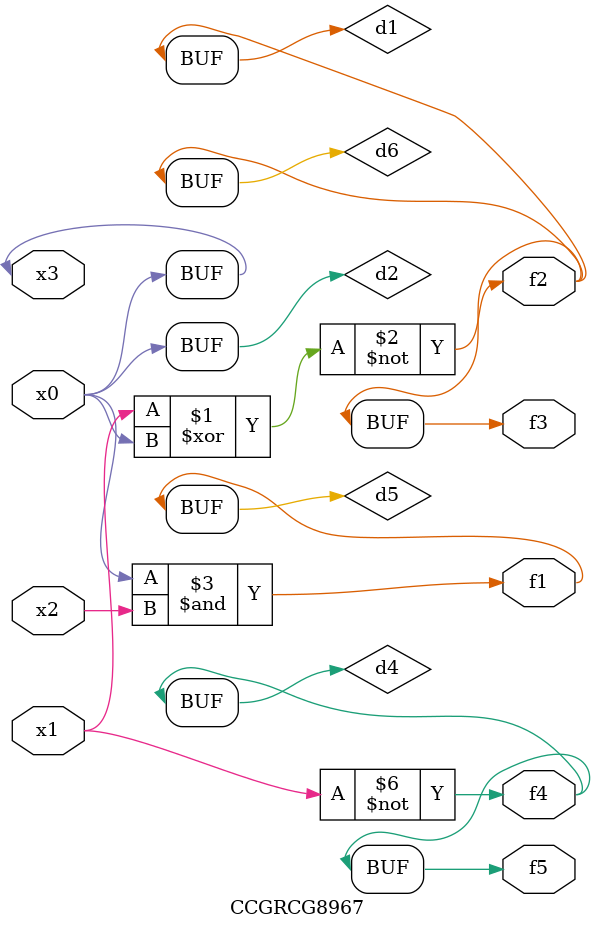
<source format=v>
module CCGRCG8967(
	input x0, x1, x2, x3,
	output f1, f2, f3, f4, f5
);

	wire d1, d2, d3, d4, d5, d6;

	xnor (d1, x1, x3);
	buf (d2, x0, x3);
	nand (d3, x0, x2);
	not (d4, x1);
	nand (d5, d3);
	or (d6, d1);
	assign f1 = d5;
	assign f2 = d6;
	assign f3 = d6;
	assign f4 = d4;
	assign f5 = d4;
endmodule

</source>
